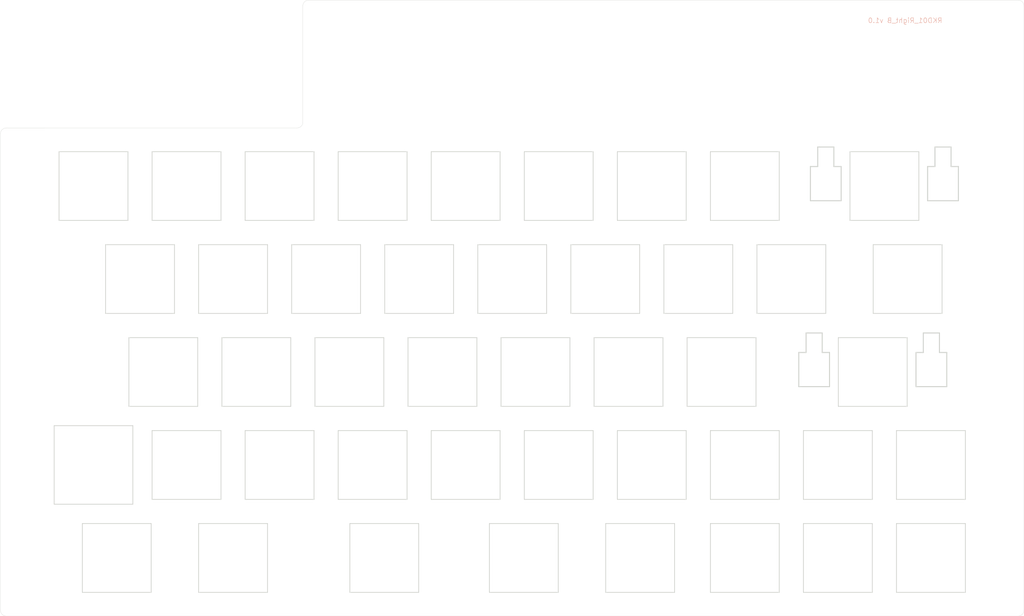
<source format=kicad_pcb>
(kicad_pcb (version 20240108) (generator "pcbnew") (generator_version "8.0")
  (layers (0 "F.Cu" signal) (31 "B.Cu" signal) (34 "B.Paste" user) (35 "F.Paste" user) (36 "B.SilkS" user "B.Silkscreen") (37 "F.SilkS" user "F.Silkscreen") (38 "B.Mask" user) (39 "F.Mask" user) (44 "Edge.Cuts" user))
  (net 0 "")
  (footprint "kbd_SW_Hole:SW_Hole_1u" (layer "F.Cu") (at 202.4063 57.15)
    (property "Reference" "SW75" (hide yes))
    (property "Value" "SW_Push" (hide yes))
    (fp_line (start -7.05 -7.05) (end 7.05 -7.05) (stroke (width 0.15)) (layer "Edge.Cuts"))
    (fp_line (start -7.05 7.05) (end -7.05 -7.05) (stroke (width 0.15)) (layer "Edge.Cuts"))
    (fp_line (start 7.05 -7.05) (end 7.05 7.05) (stroke (width 0.15)) (layer "Edge.Cuts"))
    (fp_line (start 7.05 7.05) (end -7.05 7.05) (stroke (width 0.15)) (layer "Edge.Cuts"))
  )
  (footprint "kbd_SW_Hole:SW_Hole_1u" (layer "F.Cu") (at 97.6313 57.15)
    (property "Reference" "SW51" (hide yes))
    (property "Value" "SW_Push" (hide yes))
    (fp_line (start -7.05 -7.05) (end 7.05 -7.05) (stroke (width 0.15)) (layer "Edge.Cuts"))
    (fp_line (start -7.05 7.05) (end -7.05 -7.05) (stroke (width 0.15)) (layer "Edge.Cuts"))
    (fp_line (start 7.05 -7.05) (end 7.05 7.05) (stroke (width 0.15)) (layer "Edge.Cuts"))
    (fp_line (start 7.05 7.05) (end -7.05 7.05) (stroke (width 0.15)) (layer "Edge.Cuts"))
  )
  (footprint "kbd_SW_Hole:SW_Hole_1u" (layer "F.Cu") (at 192.8813 133.35)
    (property "Reference" "SW74" (hide yes))
    (property "Value" "SW_Push" (hide yes))
    (fp_line (start -7.05 -7.05) (end 7.05 -7.05) (stroke (width 0.15)) (layer "Edge.Cuts"))
    (fp_line (start -7.05 7.05) (end -7.05 -7.05) (stroke (width 0.15)) (layer "Edge.Cuts"))
    (fp_line (start 7.05 -7.05) (end 7.05 7.05) (stroke (width 0.15)) (layer "Edge.Cuts"))
    (fp_line (start 7.05 7.05) (end -7.05 7.05) (stroke (width 0.15)) (layer "Edge.Cuts"))
  )
  (footprint "kbd_SW_Hole:SW_Hole_1.5u" (layer "F.Cu") (at 207.1688 76.2)
    (property "Reference" "SW76" (hide yes))
    (property "Value" "SW_Push" (hide yes))
    (fp_line (start -7.05 -7.05) (end 7.05 -7.05) (stroke (width 0.15)) (layer "Edge.Cuts"))
    (fp_line (start -7.05 7.05) (end -7.05 -7.05) (stroke (width 0.15)) (layer "Edge.Cuts"))
    (fp_line (start 7.05 -7.05) (end 7.05 7.05) (stroke (width 0.15)) (layer "Edge.Cuts"))
    (fp_line (start 7.05 7.05) (end -7.05 7.05) (stroke (width 0.15)) (layer "Edge.Cuts"))
  )
  (footprint "kbd_Hole:m2_Screw_Hole" (layer "F.Cu") (at 223.8375 23.8125)
    (property "Reference" "M2")
    (property "Value" "Mark")
    (pad "" np_thru_hole circle (at 0 0) (size 2.2 2.2) (drill 2.2) (layers "*.Cu" "*.Mask"))
  )
  (footprint "kbd_SW_Hole:SW_Hole_1u" (layer "F.Cu") (at 173.8313 57.15)
    (property "Reference" "SW70" (hide yes))
    (property "Value" "SW_Push" (hide yes))
    (fp_line (start -7.05 -7.05) (end 7.05 -7.05) (stroke (width 0.15)) (layer "Edge.Cuts"))
    (fp_line (start -7.05 7.05) (end -7.05 -7.05) (stroke (width 0.15)) (layer "Edge.Cuts"))
    (fp_line (start 7.05 -7.05) (end 7.05 7.05) (stroke (width 0.15)) (layer "Edge.Cuts"))
    (fp_line (start 7.05 7.05) (end -7.05 7.05) (stroke (width 0.15)) (layer "Edge.Cuts"))
  )
  (footprint "kbd_SW_Hole:SW_Hole_1u" (layer "F.Cu") (at 59.5313 57.15)
    (property "Reference" "SW41" (hide yes))
    (property "Value" "SW_Push" (hide yes))
    (fp_line (start -7.05 -7.05) (end 7.05 -7.05) (stroke (width 0.15)) (layer "Edge.Cuts"))
    (fp_line (start -7.05 7.05) (end -7.05 -7.05) (stroke (width 0.15)) (layer "Edge.Cuts"))
    (fp_line (start 7.05 -7.05) (end 7.05 7.05) (stroke (width 0.15)) (layer "Edge.Cuts"))
    (fp_line (start 7.05 7.05) (end -7.05 7.05) (stroke (width 0.15)) (layer "Edge.Cuts"))
  )
  (footprint "kbd_SW_Hole:SW_Hole_1u" (layer "F.Cu") (at 211.9313 114.3)
    (property "Reference" "SW77" (hide yes))
    (property "Value" "SW_Push" (hide yes))
    (fp_line (start -7.05 -7.05) (end 7.05 -7.05) (stroke (width 0.15)) (layer "Edge.Cuts"))
    (fp_line (start -7.05 7.05) (end -7.05 -7.05) (stroke (width 0.15)) (layer "Edge.Cuts"))
    (fp_line (start 7.05 -7.05) (end 7.05 7.05) (stroke (width 0.15)) (layer "Edge.Cuts"))
    (fp_line (start 7.05 7.05) (end -7.05 7.05) (stroke (width 0.15)) (layer "Edge.Cuts"))
  )
  (footprint "kbd_SW_Hole:SW_Hole_1u" (layer "F.Cu") (at 45.2438 133.35)
    (property "Reference" "SW40" (hide yes))
    (property "Value" "SW_Push" (hide yes))
    (fp_line (start -7.05 -7.05) (end 7.05 -7.05) (stroke (width 0.15)) (layer "Edge.Cuts"))
    (fp_line (start -7.05 7.05) (end -7.05 -7.05) (stroke (width 0.15)) (layer "Edge.Cuts"))
    (fp_line (start 7.05 -7.05) (end 7.05 7.05) (stroke (width 0.15)) (layer "Edge.Cuts"))
    (fp_line (start 7.05 7.05) (end -7.05 7.05) (stroke (width 0.15)) (layer "Edge.Cuts"))
  )
  (footprint "kbd_SW_Hole:SW_Hole_1u" (layer "F.Cu") (at 130.9688 95.25)
    (property "Reference" "SW58" (hide yes))
    (property "Value" "SW_Push" (hide yes))
    (fp_line (start -7.05 -7.05) (end 7.05 -7.05) (stroke (width 0.15)) (layer "Edge.Cuts"))
    (fp_line (start -7.05 7.05) (end -7.05 -7.05) (stroke (width 0.15)) (layer "Edge.Cuts"))
    (fp_line (start 7.05 -7.05) (end 7.05 7.05) (stroke (width 0.15)) (layer "Edge.Cuts"))
    (fp_line (start 7.05 7.05) (end -7.05 7.05) (stroke (width 0.15)) (layer "Edge.Cuts"))
  )
  (footprint "kbd_SW_Hole:SW_Hole_1u" (layer "F.Cu") (at 50.0063 76.2)
    (property "Reference" "SW37" (hide yes))
    (property "Value" "SW_Push" (hide yes))
    (fp_line (start -7.05 -7.05) (end 7.05 -7.05) (stroke (width 0.15)) (layer "Edge.Cuts"))
    (fp_line (start -7.05 7.05) (end -7.05 -7.05) (stroke (width 0.15)) (layer "Edge.Cuts"))
    (fp_line (start 7.05 -7.05) (end 7.05 7.05) (stroke (width 0.15)) (layer "Edge.Cuts"))
    (fp_line (start 7.05 7.05) (end -7.05 7.05) (stroke (width 0.15)) (layer "Edge.Cuts"))
  )
  (footprint "kbd_SW_Hole:SW_Hole_1.75u" (layer "F.Cu") (at 100.0126 133.35)
    (property "Reference" "SW50" (hide yes))
    (property "Value" "SW_Push" (hide yes))
    (fp_line (start -7.05 -7.05) (end 7.05 -7.05) (stroke (width 0.15)) (layer "Edge.Cuts"))
    (fp_line (start -7.05 7.05) (end -7.05 -7.05) (stroke (width 0.15)) (layer "Edge.Cuts"))
    (fp_line (start 7.05 -7.05) (end 7.05 7.05) (stroke (width 0.15)) (layer "Edge.Cuts"))
    (fp_line (start 7.05 7.05) (end -7.05 7.05) (stroke (width 0.15)) (layer "Edge.Cuts"))
  )
  (footprint "kbd_SW_Hole:SW_Hole_1u" (layer "F.Cu") (at 69.0563 76.2)
    (property "Reference" "SW42" (hide yes))
    (property "Value" "SW_Push" (hide yes))
    (fp_line (start -7.05 -7.05) (end 7.05 -7.05) (stroke (width 0.15)) (layer "Edge.Cuts"))
    (fp_line (start -7.05 7.05) (end -7.05 -7.05) (stroke (width 0.15)) (layer "Edge.Cuts"))
    (fp_line (start 7.05 -7.05) (end 7.05 7.05) (stroke (width 0.15)) (layer "Edge.Cuts"))
    (fp_line (start 7.05 7.05) (end -7.05 7.05) (stroke (width 0.15)) (layer "Edge.Cuts"))
  )
  (footprint "kbd_SW_Hole:SW_Hole_1u" (layer "F.Cu") (at 126.2063 76.2)
    (property "Reference" "SW57" (hide yes))
    (property "Value" "SW_Push" (hide yes))
    (fp_line (start -7.05 -7.05) (end 7.05 -7.05) (stroke (width 0.15)) (layer "Edge.Cuts"))
    (fp_line (start -7.05 7.05) (end -7.05 -7.05) (stroke (width 0.15)) (layer "Edge.Cuts"))
    (fp_line (start 7.05 -7.05) (end 7.05 7.05) (stroke (width 0.15)) (layer "Edge.Cuts"))
    (fp_line (start 7.05 7.05) (end -7.05 7.05) (stroke (width 0.15)) (layer "Edge.Cuts"))
  )
  (footprint "kbd_SW_Hole:SW_Hole_1u" (layer "F.Cu") (at 78.5813 57.15)
    (property "Reference" "SW46" (hide yes))
    (property "Value" "SW_Push" (hide yes))
    (fp_line (start -7.05 -7.05) (end 7.05 -7.05) (stroke (width 0.15)) (layer "Edge.Cuts"))
    (fp_line (start -7.05 7.05) (end -7.05 -7.05) (stroke (width 0.15)) (layer "Edge.Cuts"))
    (fp_line (start 7.05 -7.05) (end 7.05 7.05) (stroke (width 0.15)) (layer "Edge.Cuts"))
    (fp_line (start 7.05 7.05) (end -7.05 7.05) (stroke (width 0.15)) (layer "Edge.Cuts"))
  )
  (footprint "kbd_SW_Hole:SW_Hole_1u" (layer "F.Cu") (at 111.9188 95.25)
    (property "Reference" "SW53" (hide yes))
    (property "Value" "SW_Push" (hide yes))
    (fp_line (start -7.05 -7.05) (end 7.05 -7.05) (stroke (width 0.15)) (layer "Edge.Cuts"))
    (fp_line (start -7.05 7.05) (end -7.05 -7.05) (stroke (width 0.15)) (layer "Edge.Cuts"))
    (fp_line (start 7.05 -7.05) (end 7.05 7.05) (stroke (width 0.15)) (layer "Edge.Cuts"))
    (fp_line (start 7.05 7.05) (end -7.05 7.05) (stroke (width 0.15)) (layer "Edge.Cuts"))
  )
  (footprint "kbd_SW_Hole:SW_Hole_1u" (layer "F.Cu") (at 116.6813 114.3)
    (property "Reference" "SW54" (hide yes))
    (property "Value" "SW_Push" (hide yes))
    (fp_line (start -7.05 -7.05) (end 7.05 -7.05) (stroke (width 0.15)) (layer "Edge.Cuts"))
    (fp_line (start -7.05 7.05) (end -7.05 -7.05) (stroke (width 0.15)) (layer "Edge.Cuts"))
    (fp_line (start 7.05 -7.05) (end 7.05 7.05) (stroke (width 0.15)) (layer "Edge.Cuts"))
    (fp_line (start 7.05 7.05) (end -7.05 7.05) (stroke (width 0.15)) (layer "Edge.Cuts"))
  )
  (footprint "kbd_SW_Hole:SW_Hole_1u" (layer "F.Cu") (at 164.3063 76.2)
    (property "Reference" "SW66" (hide yes))
    (property "Value" "SW_Push" (hide yes))
    (fp_line (start -7.05 -7.05) (end 7.05 -7.05) (stroke (width 0.15)) (layer "Edge.Cuts"))
    (fp_line (start -7.05 7.05) (end -7.05 -7.05) (stroke (width 0.15)) (layer "Edge.Cuts"))
    (fp_line (start 7.05 -7.05) (end 7.05 7.05) (stroke (width 0.15)) (layer "Edge.Cuts"))
    (fp_line (start 7.05 7.05) (end -7.05 7.05) (stroke (width 0.15)) (layer "Edge.Cuts"))
  )
  (footprint "kbd_SW_Hole:SW_Hole_1u" (layer "F.Cu") (at 54.7688 95.25)
    (property "Reference" "SW38" (hide yes))
    (property "Value" "SW_Push" (hide yes))
    (fp_line (start -7.05 -7.05) (end 7.05 -7.05) (stroke (width 0.15)) (layer "Edge.Cuts"))
    (fp_line (start -7.05 7.05) (end -7.05 -7.05) (stroke (width 0.15)) (layer "Edge.Cuts"))
    (fp_line (start 7.05 -7.05) (end 7.05 7.05) (stroke (width 0.15)) (layer "Edge.Cuts"))
    (fp_line (start 7.05 7.05) (end -7.05 7.05) (stroke (width 0.15)) (layer "Edge.Cuts"))
  )
  (footprint "kbd_SW_Hole:SW_Hole_1u" (layer "F.Cu") (at 150.0188 95.25)
    (property "Reference" "SW62" (hide yes))
    (property "Value" "SW_Push" (hide yes))
    (fp_line (start -7.05 -7.05) (end 7.05 -7.05) (stroke (width 0.15)) (layer "Edge.Cuts"))
    (fp_line (start -7.05 7.05) (end -7.05 -7.05) (stroke (width 0.15)) (layer "Edge.Cuts"))
    (fp_line (start 7.05 -7.05) (end 7.05 7.05) (stroke (width 0.15)) (layer "Edge.Cuts"))
    (fp_line (start 7.05 7.05) (end -7.05 7.05) (stroke (width 0.15)) (layer "Edge.Cuts"))
  )
  (footprint "kbd_SW_Hole:SW_Hole_1u" (layer "F.Cu") (at 173.8313 114.3)
    (property "Reference" "SW68" (hide yes))
    (property "Value" "SW_Push" (hide yes))
    (fp_line (start -7.05 -7.05) (end 7.05 -7.05) (stroke (width 0.15)) (layer "Edge.Cuts"))
    (fp_line (start -7.05 7.05) (end -7.05 -7.05) (stroke (width 0.15)) (layer "Edge.Cuts"))
    (fp_line (start 7.05 -7.05) (end 7.05 7.05) (stroke (width 0.15)) (layer "Edge.Cuts"))
    (fp_line (start 7.05 7.05) (end -7.05 7.05) (stroke (width 0.15)) (layer "Edge.Cuts"))
  )
  (footprint "kbd_SW_Hole:SW_Hole_1u" (layer "F.Cu") (at 135.7313 57.15)
    (property "Reference" "SW60" (hide yes))
    (property "Value" "SW_Push" (hide yes))
    (fp_line (start -7.05 -7.05) (end 7.05 -7.05) (stroke (width 0.15)) (layer "Edge.Cuts"))
    (fp_line (start -7.05 7.05) (end -7.05 -7.05) (stroke (width 0.15)) (layer "Edge.Cuts"))
    (fp_line (start 7.05 -7.05) (end 7.05 7.05) (stroke (width 0.15)) (layer "Edge.Cuts"))
    (fp_line (start 7.05 7.05) (end -7.05 7.05) (stroke (width 0.15)) (layer "Edge.Cuts"))
  )
  (footprint "kbd_SW_Hole:SW_Hole_1u" (layer "F.Cu") (at 59.5313 114.3)
    (property "Reference" "SW39" (hide yes))
    (property "Value" "SW_Push" (hide yes))
    (fp_line (start -7.05 -7.05) (end 7.05 -7.05) (stroke (width 0.15)) (layer "Edge.Cuts"))
    (fp_line (start -7.05 7.05) (end -7.05 -7.05) (stroke (width 0.15)) (layer "Edge.Cuts"))
    (fp_line (start 7.05 -7.05) (end 7.05 7.05) (stroke (width 0.15)) (layer "Edge.Cuts"))
    (fp_line (start 7.05 7.05) (end -7.05 7.05) (stroke (width 0.15)) (layer "Edge.Cuts"))
  )
  (footprint "kbd_SW_Hole:SW_Hole_1u" (layer "F.Cu") (at 73.8188 95.25)
    (property "Reference" "SW43" (hide yes))
    (property "Value" "SW_Push" (hide yes))
    (fp_line (start -7.05 -7.05) (end 7.05 -7.05) (stroke (width 0.15)) (layer "Edge.Cuts"))
    (fp_line (start -7.05 7.05) (end -7.05 -7.05) (stroke (width 0.15)) (layer "Edge.Cuts"))
    (fp_line (start 7.05 -7.05) (end 7.05 7.05) (stroke (width 0.15)) (layer "Edge.Cuts"))
    (fp_line (start 7.05 7.05) (end -7.05 7.05) (stroke (width 0.15)) (layer "Edge.Cuts"))
  )
  (footprint "kbd_SW_Hole:SW_Hole_1u" (layer "F.Cu") (at 211.9313 133.35)
    (property "Reference" "SW78" (hide yes))
    (property "Value" "SW_Push" (hide yes))
    (fp_line (start -7.05 -7.05) (end 7.05 -7.05) (stroke (width 0.15)) (layer "Edge.Cuts"))
    (fp_line (start -7.05 7.05) (end -7.05 -7.05) (stroke (width 0.15)) (layer "Edge.Cuts"))
    (fp_line (start 7.05 -7.05) (end 7.05 7.05) (stroke (width 0.15)) (layer "Edge.Cuts"))
    (fp_line (start 7.05 7.05) (end -7.05 7.05) (stroke (width 0.15)) (layer "Edge.Cuts"))
  )
  (footprint "kbd_SW_Hole:SW_Hole_1u" (layer "F.Cu") (at 200.0251 95.25)
    (property "Reference" "SW72" (hide yes))
    (property "Value" "SW_Push" (hide yes))
    (fp_line (start -7.05 -7.05) (end 7.05 -7.05) (stroke (width 0.15)) (layer "Edge.Cuts"))
    (fp_line (start -7.05 7.05) (end -7.05 -7.05) (stroke (width 0.15)) (layer "Edge.Cuts"))
    (fp_line (start 7.05 -7.05) (end 7.05 7.05) (stroke (width 0.15)) (layer "Edge.Cuts"))
    (fp_line (start 7.05 7.05) (end -7.05 7.05) (stroke (width 0.15)) (layer "Edge.Cuts"))
  )
  (footprint "kbd_SW_Hole:SW_Hole_1u" (layer "F.Cu") (at 92.8688 95.25)
    (property "Reference" "SW48" (hide yes))
    (property "Value" "SW_Push" (hide yes))
    (fp_line (start -7.05 -7.05) (end 7.05 -7.05) (stroke (width 0.15)) (layer "Edge.Cuts"))
    (fp_line (start -7.05 7.05) (end -7.05 -7.05) (stroke (width 0.15)) (layer "Edge.Cuts"))
    (fp_line (start 7.05 -7.05) (end 7.05 7.05) (stroke (width 0.15)) (layer "Edge.Cuts"))
    (fp_line (start 7.05 7.05) (end -7.05 7.05) (stroke (width 0.15)) (layer "Edge.Cuts"))
  )
  (footprint "kbd_SW_Hole:SW_Hole_1u" (layer "F.Cu") (at 154.7813 57.15)
    (property "Reference" "SW65" (hide yes))
    (property "Value" "SW_Push" (hide yes))
    (fp_line (start -7.05 -7.05) (end 7.05 -7.05) (stroke (width 0.15)) (layer "Edge.Cuts"))
    (fp_line (start -7.05 7.05) (end -7.05 -7.05) (stroke (width 0.15)) (layer "Edge.Cuts"))
    (fp_line (start 7.05 -7.05) (end 7.05 7.05) (stroke (width 0.15)) (layer "Edge.Cuts"))
    (fp_line (start 7.05 7.05) (end -7.05 7.05) (stroke (width 0.15)) (layer "Edge.Cuts"))
  )
  (footprint "kbd_SW_Hole:SW_Hole_1u" (layer "F.Cu") (at 183.3563 76.2)
    (property "Reference" "SW71" (hide yes))
    (property "Value" "SW_Push" (hide yes))
    (fp_line (start -7.05 -7.05) (end 7.05 -7.05) (stroke (width 0.15)) (layer "Edge.Cuts"))
    (fp_line (start -7.05 7.05) (end -7.05 -7.05) (stroke (width 0.15)) (layer "Edge.Cuts"))
    (fp_line (start 7.05 -7.05) (end 7.05 7.05) (stroke (width 0.15)) (layer "Edge.Cuts"))
    (fp_line (start 7.05 7.05) (end -7.05 7.05) (stroke (width 0.15)) (layer "Edge.Cuts"))
  )
  (footprint "kbd_SW_Hole:SW_Hole_1u" (layer "F.Cu") (at 107.1563 76.2)
    (property "Reference" "SW52" (hide yes))
    (property "Value" "SW_Push" (hide yes))
    (fp_line (start -7.05 -7.05) (end 7.05 -7.05) (stroke (width 0.15)) (layer "Edge.Cuts"))
    (fp_line (start -7.05 7.05) (end -7.05 -7.05) (stroke (width 0.15)) (layer "Edge.Cuts"))
    (fp_line (start 7.05 -7.05) (end 7.05 7.05) (stroke (width 0.15)) (layer "Edge.Cuts"))
    (fp_line (start 7.05 7.05) (end -7.05 7.05) (stroke (width 0.15)) (layer "Edge.Cuts"))
  )
  (footprint "kbd_SW_Hole:SW_Hole_1u" (layer "F.Cu") (at 145.2563 76.2)
    (property "Reference" "SW61" (hide yes))
    (property "Value" "SW_Push" (hide yes))
    (fp_line (start -7.05 -7.05) (end 7.05 -7.05) (stroke (width 0.15)) (layer "Edge.Cuts"))
    (fp_line (start -7.05 7.05) (end -7.05 -7.05) (stroke (width 0.15)) (layer "Edge.Cuts"))
    (fp_line (start 7.05 -7.05) (end 7.05 7.05) (stroke (width 0.15)) (layer "Edge.Cuts"))
    (fp_line (start 7.05 7.05) (end -7.05 7.05) (stroke (width 0.15)) (layer "Edge.Cuts"))
  )
  (footprint "kbd_SW_Hole:SW_Hole_1u" (layer "F.Cu") (at 40.4813 57.15)
    (property "Reference" "SW36" (hide yes))
    (property "Value" "SW_Push" (hide yes))
    (fp_line (start -7.05 -7.05) (end 7.05 -7.05) (stroke (width 0.15)) (layer "Edge.Cuts"))
    (fp_line (start -7.05 7.05) (end -7.05 -7.05) (stroke (width 0.15)) (layer "Edge.Cuts"))
    (fp_line (start 7.05 -7.05) (end 7.05 7.05) (stroke (width 0.15)) (layer "Edge.Cuts"))
    (fp_line (start 7.05 7.05) (end -7.05 7.05) (stroke (width 0.15)) (layer "Edge.Cuts"))
  )
  (footprint "kbd_SW_Hole:SW_Hole_1u" (layer "F.Cu") (at 169.0688 95.25)
    (property "Reference" "SW67" (hide yes))
    (property "Value" "SW_Push" (hide yes))
    (fp_line (start -7.05 -7.05) (end 7.05 -7.05) (stroke (width 0.15)) (layer "Edge.Cuts"))
    (fp_line (start -7.05 7.05) (end -7.05 -7.05) (stroke (width 0.15)) (layer "Edge.Cuts"))
    (fp_line (start 7.05 -7.05) (end 7.05 7.05) (stroke (width 0.15)) (layer "Edge.Cuts"))
    (fp_line (start 7.05 7.05) (end -7.05 7.05) (stroke (width 0.15)) (layer "Edge.Cuts"))
  )
  (footprint "kbd_SW_Hole:SW_Hole_1u" (layer "F.Cu") (at 78.5813 114.3)
    (property "Reference" "SW44" (hide yes))
    (property "Value" "SW_Push" (hide yes))
    (fp_line (start -7.05 -7.05) (end 7.05 -7.05) (stroke (width 0.15)) (layer "Edge.Cuts"))
    (fp_line (start -7.05 7.05) (end -7.05 -7.05) (stroke (width 0.15)) (layer "Edge.Cuts"))
    (fp_line (start 7.05 -7.05) (end 7.05 7.05) (stroke (width 0.15)) (layer "Edge.Cuts"))
    (fp_line (start 7.05 7.05) (end -7.05 7.05) (stroke (width 0.15)) (layer "Edge.Cuts"))
  )
  (footprint "kbd_SW_Hole:Stab_Hole_Choc_2u_Top" (layer "F.Cu") (at 200.025 95.25)
    (property "Reference" "SW66" (hide yes))
    (property "Value" "SW_PUSH" (hide yes))
    (fp_line (start -15.15 -4) (end -15.15 3) (stroke (width 0.2)) (layer "Edge.Cuts"))
    (fp_line (start -13.65 -8) (end -13.65 -4) (stroke (width 0.2)) (layer "Edge.Cuts"))
    (fp_line (start -13.65 -8) (end -10.35 -8) (stroke (width 0.2)) (layer "Edge.Cuts"))
    (fp_line (start -13.65 -4) (end -15.15 -4) (stroke (width 0.2)) (layer "Edge.Cuts"))
    (fp_line (start -10.35 -8) (end -10.35 -4) (stroke (width 0.2)) (layer "Edge.Cuts"))
    (fp_line (start -10.35 -4) (end -8.85 -4) (stroke (width 0.2)) (layer "Edge.Cuts"))
    (fp_line (start -8.85 -4) (end -8.85 3) (stroke (width 0.2)) (layer "Edge.Cuts"))
    (fp_line (start -8.85 3) (end -15.15 3) (stroke (width 0.2)) (layer "Edge.Cuts"))
    (fp_line (start 8.85 -4) (end 8.85 3) (stroke (width 0.2)) (layer "Edge.Cuts"))
    (fp_line (start 10.35 -8) (end 10.35 -4) (stroke (width 0.2)) (layer "Edge.Cuts"))
    (fp_line (start 10.35 -8) (end 13.65 -8) (stroke (width 0.2)) (layer "Edge.Cuts"))
    (fp_line (start 10.35 -4) (end 8.85 -4) (stroke (width 0.2)) (layer "Edge.Cuts"))
    (fp_line (start 13.65 -8) (end 13.65 -4) (stroke (width 0.2)) (layer "Edge.Cuts"))
    (fp_line (start 13.65 -4) (end 15.15 -4) (stroke (width 0.2)) (layer "Edge.Cuts"))
    (fp_line (start 15.15 -4) (end 15.15 3) (stroke (width 0.2)) (layer "Edge.Cuts"))
    (fp_line (start 15.15 3) (end 8.85 3) (stroke (width 0.2)) (layer "Edge.Cuts"))
  )
  (footprint "kbd_SW_Hole:SW_Hole_1u" (layer "F.Cu") (at 116.6813 57.15)
    (property "Reference" "SW56" (hide yes))
    (property "Value" "SW_Push" (hide yes))
    (fp_line (start -7.05 -7.05) (end 7.05 -7.05) (stroke (width 0.15)) (layer "Edge.Cuts"))
    (fp_line (start -7.05 7.05) (end -7.05 -7.05) (stroke (width 0.15)) (layer "Edge.Cuts"))
    (fp_line (start 7.05 -7.05) (end 7.05 7.05) (stroke (width 0.15)) (layer "Edge.Cuts"))
    (fp_line (start 7.05 7.05) (end -7.05 7.05) (stroke (width 0.15)) (layer "Edge.Cuts"))
  )
  (footprint "kbd_SW_Hole:SW_Hole_1u" (layer "F.Cu") (at 154.7813 114.3)
    (property "Reference" "SW63" (hide yes))
    (property "Value" "SW_Push" (hide yes))
    (fp_line (start -7.05 -7.05) (end 7.05 -7.05) (stroke (width 0.15)) (layer "Edge.Cuts"))
    (fp_line (start -7.05 7.05) (end -7.05 -7.05) (stroke (width 0.15)) (layer "Edge.Cuts"))
    (fp_line (start 7.05 -7.05) (end 7.05 7.05) (stroke (width 0.15)) (layer "Edge.Cuts"))
    (fp_line (start 7.05 7.05) (end -7.05 7.05) (stroke (width 0.15)) (layer "Edge.Cuts"))
  )
  (footprint "kbd_SW_Hole:SW_Hole_1u" (layer "F.Cu") (at 135.7313 114.3)
    (property "Reference" "SW59" (hide yes))
    (property "Value" "SW_Push" (hide yes))
    (fp_line (start -7.05 -7.05) (end 7.05 -7.05) (stroke (width 0.15)) (layer "Edge.Cuts"))
    (fp_line (start -7.05 7.05) (end -7.05 -7.05) (stroke (width 0.15)) (layer "Edge.Cuts"))
    (fp_line (start 7.05 -7.05) (end 7.05 7.05) (stroke (width 0.15)) (layer "Edge.Cuts"))
    (fp_line (start 7.05 7.05) (end -7.05 7.05) (stroke (width 0.15)) (layer "Edge.Cuts"))
  )
  (footprint "kbd_SW_Hole:SW_Hole_1u" (layer "F.Cu") (at 152.4001 133.35)
    (property "Reference" "SW64" (hide yes))
    (property "Value" "SW_Push" (hide yes))
    (fp_line (start -7.05 -7.05) (end 7.05 -7.05) (stroke (width 0.15)) (layer "Edge.Cuts"))
    (fp_line (start -7.05 7.05) (end -7.05 -7.05) (stroke (width 0.15)) (layer "Edge.Cuts"))
    (fp_line (start 7.05 -7.05) (end 7.05 7.05) (stroke (width 0.15)) (layer "Edge.Cuts"))
    (fp_line (start 7.05 7.05) (end -7.05 7.05) (stroke (width 0.15)) (layer "Edge.Cuts"))
  )
  (footprint "kbd_Hole:m2_Screw_Hole" (layer "F.Cu") (at 226.21875 140.4937)
    (property "Reference" "M4")
    (property "Value" "Mark")
    (pad "" np_thru_hole circle (at 0 0) (size 2.2 2.2) (drill 2.2) (layers "*.Cu" "*.Mask"))
  )
  (footprint "kbd_SW_Hole:SW_Hole_1u" (layer "F.Cu") (at 173.8313 133.35)
    (property "Reference" "SW69" (hide yes))
    (property "Value" "SW_Push" (hide yes))
    (fp_line (start -7.05 -7.05) (end 7.05 -7.05) (stroke (width 0.15)) (layer "Edge.Cuts"))
    (fp_line (start -7.05 7.05) (end -7.05 -7.05) (stroke (width 0.15)) (layer "Edge.Cuts"))
    (fp_line (start 7.05 -7.05) (end 7.05 7.05) (stroke (width 0.15)) (layer "Edge.Cuts"))
    (fp_line (start 7.05 7.05) (end -7.05 7.05) (stroke (width 0.15)) (layer "Edge.Cuts"))
  )
  (footprint "Rikkodo_FootPrint:rkd_az_hole" (layer "F.Cu") (at 40.4813 114.3)
    (property "Reference" "Trackball1" (hide yes))
    (property "Value" "az1uball" (hide yes))
    (fp_line (start -8.05 -8.05) (end 8.05 -8.05) (stroke (width 0.15)) (layer "Edge.Cuts"))
    (fp_line (start -8.05 8.05) (end -8.05 -8.05) (stroke (width 0.15)) (layer "Edge.Cuts"))
    (fp_line (start 8.05 -8.05) (end 8.05 8.05) (stroke (width 0.15)) (layer "Edge.Cuts"))
    (fp_line (start 8.05 8.05) (end -8.05 8.05) (stroke (width 0.15)) (layer "Edge.Cuts"))
  )
  (footprint "kbd_SW_Hole:SW_Hole_1u" (layer "F.Cu") (at 88.1063 76.2)
    (property "Reference" "SW47" (hide yes))
    (property "Value" "SW_Push" (hide yes))
    (fp_line (start -7.05 -7.05) (end 7.05 -7.05) (stroke (width 0.15)) (layer "Edge.Cuts"))
    (fp_line (start -7.05 7.05) (end -7.05 -7.05) (stroke (width 0.15)) (layer "Edge.Cuts"))
    (fp_line (start 7.05 -7.05) (end 7.05 7.05) (stroke (width 0.15)) (layer "Edge.Cuts"))
    (fp_line (start 7.05 7.05) (end -7.05 7.05) (stroke (width 0.15)) (layer "Edge.Cuts"))
  )
  (footprint "kbd_SW_Hole:SW_Hole_1.5u" (layer "F.Cu") (at 69.0563 133.35)
    (property "Reference" "SW45" (hide yes))
    (property "Value" "SW_Push" (hide yes))
    (fp_line (start -7.05 -7.05) (end 7.05 -7.05) (stroke (width 0.15)) (layer "Edge.Cuts"))
    (fp_line (start -7.05 7.05) (end -7.05 -7.05) (stroke (width 0.15)) (layer "Edge.Cuts"))
    (fp_line (start 7.05 -7.05) (end 7.05 7.05) (stroke (width 0.15)) (layer "Edge.Cuts"))
    (fp_line (start 7.05 7.05) (end -7.05 7.05) (stroke (width 0.15)) (layer "Edge.Cuts"))
  )
  (footprint "kbd_SW_Hole:SW_Hole_1u" (layer "F.Cu") (at 192.8813 114.3)
    (property "Reference" "SW73" (hide yes))
    (property "Value" "SW_Push" (hide yes))
    (fp_line (start -7.05 -7.05) (end 7.05 -7.05) (stroke (width 0.15)) (layer "Edge.Cuts"))
    (fp_line (start -7.05 7.05) (end -7.05 -7.05) (stroke (width 0.15)) (layer "Edge.Cuts"))
    (fp_line (start 7.05 -7.05) (end 7.05 7.05) (stroke (width 0.15)) (layer "Edge.Cuts"))
    (fp_line (start 7.05 7.05) (end -7.05 7.05) (stroke (width 0.15)) (layer "Edge.Cuts"))
  )
  (footprint "kbd_Hole:m2_Screw_Hole" (layer "F.Cu") (at 23.8125 47.625)
    (property "Reference" "M5")
    (property "Value" "Mark")
    (pad "" np_thru_hole circle (at 0 0) (size 2.2 2.2) (drill 2.2) (layers "*.Cu" "*.Mask"))
  )
  (footprint "kbd_SW_Hole:SW_Hole_1u" (layer "F.Cu") (at 97.6313 114.3)
    (property "Reference" "SW49" (hide yes))
    (property "Value" "SW_Push" (hide yes))
    (fp_line (start -7.05 -7.05) (end 7.05 -7.05) (stroke (width 0.15)) (layer "Edge.Cuts"))
    (fp_line (start -7.05 7.05) (end -7.05 -7.05) (stroke (width 0.15)) (layer "Edge.Cuts"))
    (fp_line (start 7.05 -7.05) (end 7.05 7.05) (stroke (width 0.15)) (layer "Edge.Cuts"))
    (fp_line (start 7.05 7.05) (end -7.05 7.05) (stroke (width 0.15)) (layer "Edge.Cuts"))
  )
  (footprint "kbd_SW_Hole:Stab_Hole_Choc_2u_Top" (layer "F.Cu") (at 202.40625 57.15)
    (property "Reference" "SW66" (hide yes))
    (property "Value" "SW_PUSH" (hide yes))
    (fp_line (start -15.15 -4) (end -15.15 3) (stroke (width 0.2)) (layer "Edge.Cuts"))
    (fp_line (start -13.65 -8) (end -13.65 -4) (stroke (width 0.2)) (layer "Edge.Cuts"))
    (fp_line (start -13.65 -8) (end -10.35 -8) (stroke (width 0.2)) (layer "Edge.Cuts"))
    (fp_line (start -13.65 -4) (end -15.15 -4) (stroke (width 0.2)) (layer "Edge.Cuts"))
    (fp_line (start -10.35 -8) (end -10.35 -4) (stroke (width 0.2)) (layer "Edge.Cuts"))
    (fp_line (start -10.35 -4) (end -8.85 -4) (stroke (width 0.2)) (layer "Edge.Cuts"))
    (fp_line (start -8.85 -4) (end -8.85 3) (stroke (width 0.2)) (layer "Edge.Cuts"))
    (fp_line (start -8.85 3) (end -15.15 3) (stroke (width 0.2)) (layer "Edge.Cuts"))
    (fp_line (start 8.85 -4) (end 8.85 3) (stroke (width 0.2)) (layer "Edge.Cuts"))
    (fp_line (start 10.35 -8) (end 10.35 -4) (stroke (width 0.2)) (layer "Edge.Cuts"))
    (fp_line (start 10.35 -8) (end 13.65 -8) (stroke (width 0.2)) (layer "Edge.Cuts"))
    (fp_line (start 10.35 -4) (end 8.85 -4) (stroke (width 0.2)) (layer "Edge.Cuts"))
    (fp_line (start 13.65 -8) (end 13.65 -4) (stroke (width 0.2)) (layer "Edge.Cuts"))
    (fp_line (start 13.65 -4) (end 15.15 -4) (stroke (width 0.2)) (layer "Edge.Cuts"))
    (fp_line (start 15.15 -4) (end 15.15 3) (stroke (width 0.2)) (layer "Edge.Cuts"))
    (fp_line (start 15.15 3) (end 8.85 3) (stroke (width 0.2)) (layer "Edge.Cuts"))
  )
  (footprint "kbd_Hole:m2_Screw_Hole" (layer "F.Cu") (at 88.1063 23.8125)
    (property "Reference" "M1")
    (property "Value" "Mark")
    (pad "" np_thru_hole circle (at 0 0) (size 2.2 2.2) (drill 2.2) (layers "*.Cu" "*.Mask"))
  )
  (footprint "kbd_Hole:m2_Screw_Hole" (layer "F.Cu") (at 26.1938 140.4937)
    (property "Reference" "M3")
    (property "Value" "Mark")
    (pad "" np_thru_hole circle (at 0 0) (size 2.2 2.2) (drill 2.2) (layers "*.Cu" "*.Mask"))
  )
  (footprint "kbd_SW_Hole:SW_Hole_1.25u" (layer "F.Cu") (at 128.5876 133.35)
    (property "Reference" "SW55" (hide yes))
    (property "Value" "SW_Push" (hide yes))
    (fp_line (start -7.05 -7.05) (end 7.05 -7.05) (stroke (width 0.15)) (layer "Edge.Cuts"))
    (fp_line (start -7.05 7.05) (end -7.05 -7.05) (stroke (width 0.15)) (layer "Edge.Cuts"))
    (fp_line (start 7.05 -7.05) (end 7.05 7.05) (stroke (width 0.15)) (layer "Edge.Cuts"))
    (fp_line (start 7.05 7.05) (end -7.05 7.05) (stroke (width 0.15)) (layer "Edge.Cuts"))
  )
  (gr_line (start 229.790625 145.25625) (end 22.621875 145.25625) (stroke (width 0.05)) (layer "Edge.Cuts"))
  (gr_arc (start 83.343635 44.05306) (mid 82.994942 44.894942) (end 82.15306 45.243635) (stroke (width 0.05)) (layer "Edge.Cuts"))
  (gr_arc (start 83.343775 20.24065) (mid 83.692468 19.398768) (end 84.53435 19.050075) (stroke (width 0.05)) (layer "Edge.Cuts"))
  (gr_line (start 82.15306 45.243635) (end 22.62185 45.243725) (stroke (width 0.05)) (layer "Edge.Cuts"))
  (gr_line (start 21.43125 144.065625) (end 21.431225 46.43435) (stroke (width 0.05)) (layer "Edge.Cuts"))
  (gr_line (start 230.98125 20.240625) (end 230.98125 144.065625) (stroke (width 0.05)) (layer "Edge.Cuts"))
  (gr_arc (start 229.790625 19.05) (mid 230.632524 19.398726) (end 230.98125 20.240625) (stroke (width 0.05)) (layer "Edge.Cuts"))
  (gr_line (start 229.790625 19.05) (end 84.53435 19.050075) (stroke (width 0.05)) (layer "Edge.Cuts"))
  (gr_line (start 83.343775 20.24065) (end 83.343635 44.05306) (stroke (width 0.05)) (layer "Edge.Cuts"))
  (gr_arc (start 230.98125 144.065625) (mid 230.632524 144.907524) (end 229.790625 145.25625) (stroke (width 0.05)) (layer "Edge.Cuts"))
  (gr_arc (start 21.431225 46.43435) (mid 21.779958 45.592458) (end 22.62185 45.243725) (stroke (width 0.05)) (layer "Edge.Cuts"))
  (gr_arc (start 22.621875 145.25625) (mid 21.779976 144.907524) (end 21.43125 144.065625) (stroke (width 0.05)) (layer "Edge.Cuts"))
  (gr_text "RKD01_Right_B v1.0" (at 214.3125 23.8125 0) (layer "B.SilkS") (effects (font (size 1 1) (thickness 0.1)) (justify left bottom mirror)))
)
</source>
